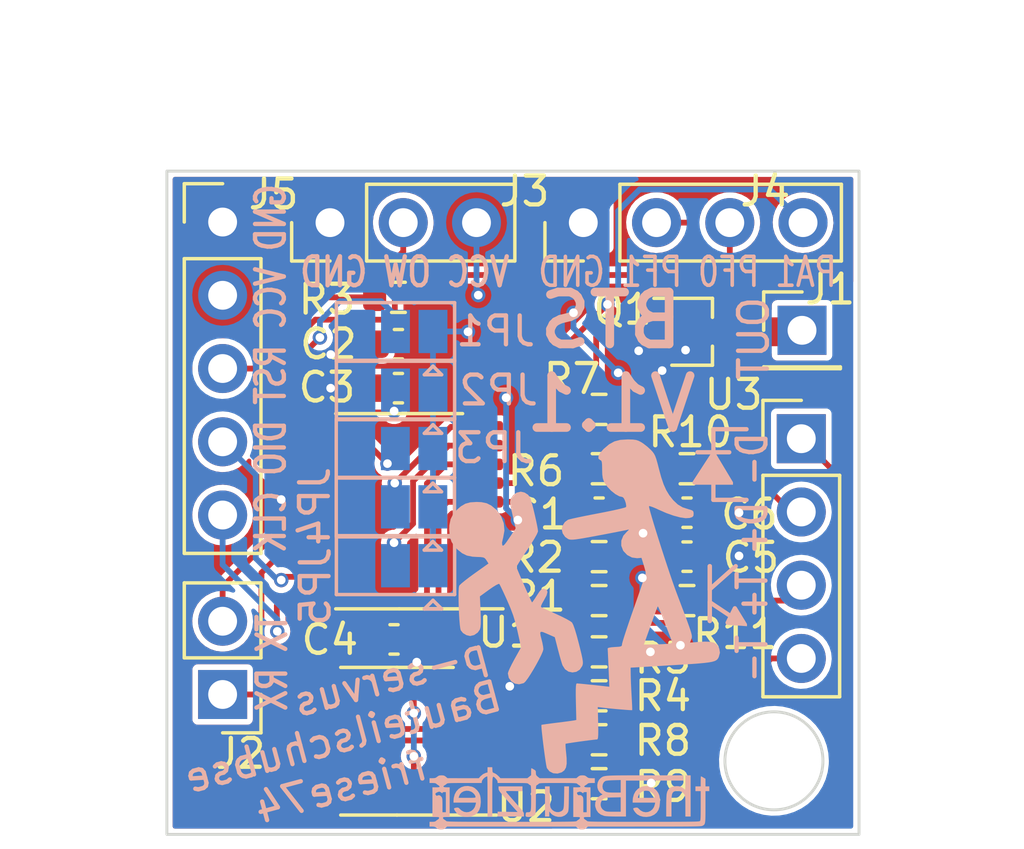
<source format=kicad_pcb>
(kicad_pcb (version 20211014) (generator pcbnew)
  (layers (0 "F.Cu" signal) (31 "B.Cu" signal) (34 "B.Paste" user) (35 "F.Paste" user) (36 "B.SilkS" user "B.Silkscreen") (37 "F.SilkS" user "F.Silkscreen") (38 "B.Mask" user) (39 "F.Mask" user) (44 "Edge.Cuts" user))
  (net 0 "")
  (net 1 "/RST")
  (net 2 "GND")
  (net 3 "VCC")
  (net 4 "Net-(JP1-Pad2)")
  (net 5 "Net-(JP2-Pad2)")
  (net 6 "Net-(JP3-Pad2)")
  (net 7 "Net-(JP4-Pad2)")
  (net 8 "Net-(JP5-Pad2)")
  (net 9 "/PA1")
  (net 10 "Net-(J1-Pad1)")
  (net 11 "/PF0")
  (net 12 "/PF1")
  (net 13 "/OW")
  (net 14 "Net-(R4-Pad2)")
  (net 15 "/ADC_IN0")
  (net 16 "Net-(R8-Pad2)")
  (net 17 "Net-(R10-Pad2)")
  (net 18 "Net-(R11-Pad2)")
  (net 19 "/TIM15_CH1")
  (net 20 "/UART1_TX")
  (net 21 "/UART1_RX")
  (net 22 "/SWDIO")
  (net 23 "/SWCLK")
  (net 24 "Net-(U2-Pad2)")
  (net 25 "Net-(U2-Pad7)")
  (footprint "Connector_PinHeader_2.54mm:PinHeader_1x04_P2.54mm_Vertical" (layer "F.Cu") (at 130.439 83.2866 90)
    (fp_text reference "J4" (at 1.0866 6.311 180) (layer "F.SilkS"))
    (fp_text value "Conn_01x04_Female")
    (pad "1" thru_hole rect (at 0 0 90) (size 1.7 1.7) (drill 1) (layers *.Cu *.Mask) (net 2 "GND"))
    (pad "2" thru_hole oval (at 0 2.54 90) (size 1.7 1.7) (drill 1) (layers *.Cu *.Mask) (net 12 "/PF1"))
    (pad "3" thru_hole oval (at 0 5.08 90) (size 1.7 1.7) (drill 1) (layers *.Cu *.Mask) (net 11 "/PF0"))
    (pad "4" thru_hole oval (at 0 7.62 90) (size 1.7 1.7) (drill 1) (layers *.Cu *.Mask) (net 9 "/PA1"))
  )
  (footprint "Resistor_SMD:R_0603_1608Metric" (layer "F.Cu") (at 130.9878 98.171)
    (fp_text reference "R5" (at 2.2122 0.229) (layer "F.SilkS"))
    (fp_text value "2K")
    (pad "1" smd roundrect (at -0.825 0) (size 0.8 0.95) (layers "F.Cu" "F.Paste" "F.Mask") (net 14 "Net-(R4-Pad2)"))
    (pad "2" smd roundrect (at 0.825 0) (size 0.8 0.95) (layers "F.Cu" "F.Paste" "F.Mask") (net 2 "GND"))
  )
  (footprint "Connector_PinHeader_2.54mm:PinHeader_1x02_P2.54mm_Vertical" (layer "F.Cu") (at 117.9322 99.6492 180)
    (fp_text reference "J2" (at -0.6178 -2.0508) (layer "F.SilkS"))
    (fp_text value "Conn_01x02_Female")
    (pad "1" thru_hole rect (at 0 0 180) (size 1.7 1.7) (drill 1) (layers *.Cu *.Mask) (net 21 "/UART1_RX"))
    (pad "2" thru_hole oval (at 0 2.54 180) (size 1.7 1.7) (drill 1) (layers *.Cu *.Mask) (net 20 "/UART1_TX"))
  )
  (footprint "Resistor_SMD:R_0603_1608Metric" (layer "F.Cu") (at 124.0282 85.8774 180)
    (fp_text reference "R3" (at 2.4782 -0.0726) (layer "F.SilkS"))
    (fp_text value "2K")
    (pad "1" smd roundrect (at -0.825 0 180) (size 0.8 0.95) (layers "F.Cu" "F.Paste" "F.Mask") (net 3 "VCC"))
    (pad "2" smd roundrect (at 0.825 0 180) (size 0.8 0.95) (layers "F.Cu" "F.Paste" "F.Mask") (net 13 "/OW"))
  )
  (footprint "Resistor_SMD:R_0603_1608Metric" (layer "F.Cu") (at 130.9878 96.393 180)
    (fp_text reference "R1" (at 2.1378 0.143) (layer "F.SilkS"))
    (fp_text value "4K7")
    (pad "1" smd roundrect (at -0.825 0 180) (size 0.8 0.95) (layers "F.Cu" "F.Paste" "F.Mask") (net 3 "VCC"))
    (pad "2" smd roundrect (at 0.825 0 180) (size 0.8 0.95) (layers "F.Cu" "F.Paste" "F.Mask") (net 11 "/PF0"))
  )
  (footprint "Resistor_SMD:R_0603_1608Metric" (layer "F.Cu") (at 130.9878 99.695 180)
    (fp_text reference "R4" (at -2.2122 -0.005) (layer "F.SilkS"))
    (fp_text value "2K")
    (pad "1" smd roundrect (at -0.825 0 180) (size 0.8 0.95) (layers "F.Cu" "F.Paste" "F.Mask") (net 3 "VCC"))
    (pad "2" smd roundrect (at 0.825 0 180) (size 0.8 0.95) (layers "F.Cu" "F.Paste" "F.Mask") (net 14 "Net-(R4-Pad2)"))
  )
  (footprint "Package_TO_SOT_SMD:SOT-323_SC-70" (layer "F.Cu") (at 134.1882 87.0712)
    (fp_text reference "Q1" (at -2.3882 -0.7712) (layer "F.SilkS"))
    (fp_text value "CJ2102")
    (pad "1" smd rect (at -1 -0.65 270) (size 0.45 0.7) (layers "F.Cu" "F.Paste" "F.Mask") (net 9 "/PA1"))
    (pad "2" smd rect (at -1 0.65 270) (size 0.45 0.7) (layers "F.Cu" "F.Paste" "F.Mask") (net 2 "GND"))
    (pad "3" smd rect (at 1 0 270) (size 0.45 0.7) (layers "F.Cu" "F.Paste" "F.Mask") (net 10 "Net-(J1-Pad1)"))
  )
  (footprint "Capacitor_SMD:C_0603_1608Metric" (layer "F.Cu") (at 124.0282 89.027)
    (fp_text reference "C3" (at -2.4782 -0.027) (layer "F.SilkS"))
    (fp_text value "100nF")
    (pad "1" smd roundrect (at -0.775 0) (size 0.9 0.95) (layers "F.Cu" "F.Paste" "F.Mask") (net 2 "GND"))
    (pad "2" smd roundrect (at 0.775 0) (size 0.9 0.95) (layers "F.Cu" "F.Paste" "F.Mask") (net 3 "VCC"))
  )
  (footprint "Resistor_SMD:R_0603_1608Metric" (layer "F.Cu") (at 130.9878 89.7636 180)
    (fp_text reference "R7" (at 0.9378 1.0636) (layer "F.SilkS"))
    (fp_text value "4K7")
    (pad "1" smd roundrect (at -0.825 0 180) (size 0.8 0.95) (layers "F.Cu" "F.Paste" "F.Mask") (net 3 "VCC"))
    (pad "2" smd roundrect (at 0.825 0 180) (size 0.8 0.95) (layers "F.Cu" "F.Paste" "F.Mask") (net 15 "/ADC_IN0"))
  )
  (footprint "Connector_PinHeader_2.54mm:PinHeader_1x01_P2.54mm_Vertical" (layer "F.Cu") (at 138.0236 87.0204)
    (fp_text reference "J1" (at 0.9764 -1.4204) (layer "F.SilkS"))
    (fp_text value "Conn_01x01_Female")
    (pad "1" thru_hole rect (at 0 0) (size 1.7 1.7) (drill 1) (layers *.Cu *.Mask) (net 10 "Net-(J1-Pad1)"))
  )
  (footprint "Capacitor_SMD:C_0603_1608Metric" (layer "F.Cu") (at 134.0358 94.869)
    (fp_text reference "C5" (at 2.2142 0.031) (layer "F.SilkS"))
    (fp_text value "100nF")
    (pad "1" smd roundrect (at -0.775 0) (size 0.9 0.95) (layers "F.Cu" "F.Paste" "F.Mask") (net 3 "VCC"))
    (pad "2" smd roundrect (at 0.775 0) (size 0.9 0.95) (layers "F.Cu" "F.Paste" "F.Mask") (net 2 "GND"))
  )
  (footprint "Package_SO:SOIC-8_3.9x4.9mm_P1.27mm" (layer "F.Cu") (at 123.9774 101.2698 180)
    (fp_text reference "U2" (at -4.4726 -2.2802 180) (layer "F.SilkS"))
    (fp_text value "LM393")
    (pad "1" smd roundrect (at -2.475 -1.905 180) (size 1.95 0.6) (layers "F.Cu" "F.Paste" "F.Mask") (net 15 "/ADC_IN0"))
    (pad "2" smd roundrect (at -2.475 -0.635 180) (size 1.95 0.6) (layers "F.Cu" "F.Paste" "F.Mask") (net 24 "Net-(U2-Pad2)"))
    (pad "3" smd roundrect (at -2.475 0.635 180) (size 1.95 0.6) (layers "F.Cu" "F.Paste" "F.Mask") (net 16 "Net-(R8-Pad2)"))
    (pad "4" smd roundrect (at -2.475 1.905 180) (size 1.95 0.6) (layers "F.Cu" "F.Paste" "F.Mask") (net 2 "GND"))
    (pad "5" smd roundrect (at 2.475 1.905 180) (size 1.95 0.6) (layers "F.Cu" "F.Paste" "F.Mask") (net 16 "Net-(R8-Pad2)"))
    (pad "6" smd roundrect (at 2.475 0.635 180) (size 1.95 0.6) (layers "F.Cu" "F.Paste" "F.Mask") (net 19 "/TIM15_CH1"))
    (pad "7" smd roundrect (at 2.475 -0.635 180) (size 1.95 0.6) (layers "F.Cu" "F.Paste" "F.Mask") (net 25 "Net-(U2-Pad7)"))
    (pad "8" smd roundrect (at 2.475 -1.905 180) (size 1.95 0.6) (layers "F.Cu" "F.Paste" "F.Mask") (net 3 "VCC"))
  )
  (footprint "Capacitor_SMD:C_0603_1608Metric" (layer "F.Cu") (at 124.0282 87.503)
    (fp_text reference "C2" (at -2.4282 -0.003) (layer "F.SilkS"))
    (fp_text value "4,7µF")
    (pad "1" smd roundrect (at -0.775 0) (size 0.9 0.95) (layers "F.Cu" "F.Paste" "F.Mask") (net 2 "GND"))
    (pad "2" smd roundrect (at 0.775 0) (size 0.9 0.95) (layers "F.Cu" "F.Paste" "F.Mask") (net 3 "VCC"))
  )
  (footprint "Connector_PinHeader_2.54mm:PinHeader_1x04_P2.54mm_Vertical" (layer "F.Cu") (at 137.9982 90.7796)
    (fp_text reference "U3" (at -2.3482 -1.5296) (layer "F.SilkS"))
    (fp_text value "ITR1100")
    (pad "1" thru_hole rect (at 0 0) (size 1.7 1.7) (drill 1) (layers *.Cu *.Mask) (net 25 "Net-(U2-Pad7)"))
    (pad "2" thru_hole oval (at 0 2.54) (size 1.7 1.7) (drill 1) (layers *.Cu *.Mask) (net 17 "Net-(R10-Pad2)"))
    (pad "3" thru_hole oval (at 0 5.08) (size 1.7 1.7) (drill 1) (layers *.Cu *.Mask) (net 18 "Net-(R11-Pad2)"))
    (pad "4" thru_hole oval (at 0 7.62) (size 1.7 1.7) (drill 1) (layers *.Cu *.Mask) (net 24 "Net-(U2-Pad2)"))
  )
  (footprint "Package_SO:TSSOP-20_4.4x6.5mm_P0.65mm" (layer "F.Cu") (at 124.0536 93.2942 180)
    (fp_text reference "U1" (at -3.7464 -4.2058) (layer "F.SilkS"))
    (fp_text value "STM32F030F4Px")
    (pad "1" smd roundrect (at -2.8625 -2.925 180) (size 1.475 0.4) (layers "F.Cu" "F.Paste" "F.Mask") (net 14 "Net-(R4-Pad2)"))
    (pad "2" smd roundrect (at -2.8625 -2.275 180) (size 1.475 0.4) (layers "F.Cu" "F.Paste" "F.Mask") (net 11 "/PF0"))
    (pad "3" smd roundrect (at -2.8625 -1.625 180) (size 1.475 0.4) (layers "F.Cu" "F.Paste" "F.Mask") (net 12 "/PF1"))
    (pad "4" smd roundrect (at -2.8625 -0.975 180) (size 1.475 0.4) (layers "F.Cu" "F.Paste" "F.Mask") (net 1 "/RST"))
    (pad "5" smd roundrect (at -2.8625 -0.325 180) (size 1.475 0.4) (layers "F.Cu" "F.Paste" "F.Mask") (net 3 "VCC"))
    (pad "6" smd roundrect (at -2.8625 0.325 180) (size 1.475 0.4) (layers "F.Cu" "F.Paste" "F.Mask") (net 15 "/ADC_IN0"))
    (pad "7" smd roundrect (at -2.8625 0.975 180) (size 1.475 0.4) (layers "F.Cu" "F.Paste" "F.Mask") (net 9 "/PA1"))
    (pad "8" smd roundrect (at -2.8625 1.625 180) (size 1.475 0.4) (layers "F.Cu" "F.Paste" "F.Mask") (net 19 "/TIM15_CH1"))
    (pad "9" smd roundrect (at -2.8625 2.275 180) (size 1.475 0.4) (layers "F.Cu" "F.Paste" "F.Mask") (net 8 "Net-(JP5-Pad2)"))
    (pad "10" smd roundrect (at -2.8625 2.925 180) (size 1.475 0.4) (layers "F.Cu" "F.Paste" "F.Mask") (net 7 "Net-(JP4-Pad2)"))
    (pad "11" smd roundrect (at 2.8625 2.925 180) (size 1.475 0.4) (layers "F.Cu" "F.Paste" "F.Mask") (net 6 "Net-(JP3-Pad2)"))
    (pad "12" smd roundrect (at 2.8625 2.275 180) (size 1.475 0.4) (layers "F.Cu" "F.Paste" "F.Mask") (net 5 "Net-(JP2-Pad2)"))
    (pad "13" smd roundrect (at 2.8625 1.625 180) (size 1.475 0.4) (layers "F.Cu" "F.Paste" "F.Mask") (net 4 "Net-(JP1-Pad2)"))
    (pad "14" smd roundrect (at 2.8625 0.975 180) (size 1.475 0.4) (layers "F.Cu" "F.Paste" "F.Mask") (net 13 "/OW"))
    (pad "15" smd roundrect (at 2.8625 0.325 180) (size 1.475 0.4) (layers "F.Cu" "F.Paste" "F.Mask") (net 2 "GND"))
    (pad "16" smd roundrect (at 2.8625 -0.325 180) (size 1.475 0.4) (layers "F.Cu" "F.Paste" "F.Mask") (net 3 "VCC"))
    (pad "17" smd roundrect (at 2.8625 -0.975 180) (size 1.475 0.4) (layers "F.Cu" "F.Paste" "F.Mask") (net 20 "/UART1_TX"))
    (pad "18" smd roundrect (at 2.8625 -1.625 180) (size 1.475 0.4) (layers "F.Cu" "F.Paste" "F.Mask") (net 21 "/UART1_RX"))
    (pad "19" smd roundrect (at 2.8625 -2.275 180) (size 1.475 0.4) (layers "F.Cu" "F.Paste" "F.Mask") (net 22 "/SWDIO"))
    (pad "20" smd roundrect (at 2.8625 -2.925 180) (size 1.475 0.4) (layers "F.Cu" "F.Paste" "F.Mask") (net 23 "/SWCLK"))
  )
  (footprint "Resistor_SMD:R_0603_1608Metric" (layer "F.Cu") (at 130.9878 101.219 180)
    (fp_text reference "R8" (at -2.2122 -0.031) (layer "F.SilkS"))
    (fp_text value "4K7")
    (pad "1" smd roundrect (at -0.825 0 180) (size 0.8 0.95) (layers "F.Cu" "F.Paste" "F.Mask") (net 3 "VCC"))
    (pad "2" smd roundrect (at 0.825 0 180) (size 0.8 0.95) (layers "F.Cu" "F.Paste" "F.Mask") (net 16 "Net-(R8-Pad2)"))
  )
  (footprint "Capacitor_SMD:C_0603_1608Metric" (layer "F.Cu") (at 123.8758 97.7392)
    (fp_text reference "C4" (at -2.2258 0.0108) (layer "F.SilkS"))
    (fp_text value "100nF")
    (pad "1" smd roundrect (at -0.775 0) (size 0.9 0.95) (layers "F.Cu" "F.Paste" "F.Mask") (net 3 "VCC"))
    (pad "2" smd roundrect (at 0.775 0) (size 0.9 0.95) (layers "F.Cu" "F.Paste" "F.Mask") (net 2 "GND"))
  )
  (footprint "Resistor_SMD:R_0603_1608Metric" (layer "F.Cu") (at 134.0358 96.393)
    (fp_text reference "R11" (at 1.6642 1.157) (layer "F.SilkS"))
    (fp_text value "100R")
    (pad "1" smd roundrect (at -0.825 0) (size 0.8 0.95) (layers "F.Cu" "F.Paste" "F.Mask") (net 3 "VCC"))
    (pad "2" smd roundrect (at 0.825 0) (size 0.8 0.95) (layers "F.Cu" "F.Paste" "F.Mask") (net 18 "Net-(R11-Pad2)"))
  )
  (footprint "Connector_PinHeader_2.54mm:PinHeader_1x03_P2.54mm_Vertical" (layer "F.Cu") (at 121.6556 83.2866 90)
    (fp_text reference "J3" (at 1.0866 6.7444 180) (layer "F.SilkS"))
    (fp_text value "Conn_01x03_Female")
    (pad "1" thru_hole rect (at 0 0 90) (size 1.7 1.7) (drill 1) (layers *.Cu *.Mask) (net 2 "GND"))
    (pad "2" thru_hole oval (at 0 2.54 90) (size 1.7 1.7) (drill 1) (layers *.Cu *.Mask) (net 13 "/OW"))
    (pad "3" thru_hole oval (at 0 5.08 90) (size 1.7 1.7) (drill 1) (layers *.Cu *.Mask) (net 3 "VCC"))
  )
  (footprint "Resistor_SMD:R_0603_1608Metric" (layer "F.Cu") (at 130.9878 94.869 180)
    (fp_text reference "R2" (at 2.1878 -0.031) (layer "F.SilkS"))
    (fp_text value "4K7")
    (pad "1" smd roundrect (at -0.825 0 180) (size 0.8 0.95) (layers "F.Cu" "F.Paste" "F.Mask") (net 3 "VCC"))
    (pad "2" smd roundrect (at 0.825 0 180) (size 0.8 0.95) (layers "F.Cu" "F.Paste" "F.Mask") (net 12 "/PF1"))
  )
  (footprint "Resistor_SMD:R_0603_1608Metric" (layer "F.Cu") (at 130.9878 102.743)
    (fp_text reference "R9" (at 2.2122 0.107) (layer "F.SilkS"))
    (fp_text value "4K7")
    (pad "1" smd roundrect (at -0.825 0) (size 0.8 0.95) (layers "F.Cu" "F.Paste" "F.Mask") (net 16 "Net-(R8-Pad2)"))
    (pad "2" smd roundrect (at 0.825 0) (size 0.8 0.95) (layers "F.Cu" "F.Paste" "F.Mask") (net 2 "GND"))
  )
  (footprint "Capacitor_SMD:C_0603_1608Metric" (layer "F.Cu") (at 134.0358 93.345)
    (fp_text reference "C6" (at 2.1642 0.055) (layer "F.SilkS"))
    (fp_text value "100nF")
    (pad "1" smd roundrect (at -0.775 0) (size 0.9 0.95) (layers "F.Cu" "F.Paste" "F.Mask") (net 3 "VCC"))
    (pad "2" smd roundrect (at 0.775 0) (size 0.9 0.95) (layers "F.Cu" "F.Paste" "F.Mask") (net 2 "GND"))
  )
  (footprint "Capacitor_SMD:C_0603_1608Metric" (layer "F.Cu") (at 130.9878 93.345)
    (fp_text reference "C1" (at -2.0878 0.055) (layer "F.SilkS"))
    (fp_text value "100nF")
    (pad "1" smd roundrect (at -0.775 0) (size 0.9 0.95) (layers "F.Cu" "F.Paste" "F.Mask") (net 1 "/RST"))
    (pad "2" smd roundrect (at 0.775 0) (size 0.9 0.95) (layers "F.Cu" "F.Paste" "F.Mask") (net 2 "GND"))
  )
  (footprint "Resistor_SMD:R_0603_1608Metric" (layer "F.Cu") (at 130.9878 91.821 180)
    (fp_text reference "R6" (at 2.1878 -0.079) (layer "F.SilkS"))
    (fp_text value "4K7")
    (pad "1" smd roundrect (at -0.825 0 180) (size 0.8 0.95) (layers "F.Cu" "F.Paste" "F.Mask") (net 3 "VCC"))
    (pad "2" smd roundrect (at 0.825 0 180) (size 0.8 0.95) (layers "F.Cu" "F.Paste" "F.Mask") (net 1 "/RST"))
  )
  (footprint "Resistor_SMD:R_0603_1608Metric" (layer "F.Cu") (at 134.0358 91.821)
    (fp_text reference "R10" (at 0.1142 -1.271) (layer "F.SilkS"))
    (fp_text value "100R")
    (pad "1" smd roundrect (at -0.825 0) (size 0.8 0.95) (layers "F.Cu" "F.Paste" "F.Mask") (net 3 "VCC"))
    (pad "2" smd roundrect (at 0.825 0) (size 0.8 0.95) (layers "F.Cu" "F.Paste" "F.Mask") (net 17 "Net-(R10-Pad2)"))
  )
  (footprint "Connector_PinHeader_2.54mm:PinHeader_1x05_P2.54mm_Vertical" (layer "F.Cu") (at 117.9322 83.2662)
    (fp_text reference "J5" (at 1.7678 -0.9662) (layer "F.SilkS"))
    (fp_text value "Conn_01x05_Female")
    (pad "1" thru_hole rect (at 0 0) (size 1.7 1.7) (drill 1) (layers *.Cu *.Mask) (net 2 "GND"))
    (pad "2" thru_hole oval (at 0 2.54) (size 1.7 1.7) (drill 1) (layers *.Cu *.Mask) (net 3 "VCC"))
    (pad "3" thru_hole oval (at 0 5.08) (size 1.7 1.7) (drill 1) (layers *.Cu *.Mask) (net 1 "/RST"))
    (pad "4" thru_hole oval (at 0 7.62) (size 1.7 1.7) (drill 1) (layers *.Cu *.Mask) (net 22 "/SWDIO"))
    (pad "5" thru_hole oval (at 0 10.16) (size 1.7 1.7) (drill 1) (layers *.Cu *.Mask) (net 23 "/SWCLK"))
  )
  (footprint "Jumper:SolderJumper-3_P1.3mm_Open_Pad1.0x1.5mm" (layer "B.Cu") (at 123.9266 87.0613 180)
    (fp_text reference "JP1" (at -3.4734 0.0113) (layer "B.SilkS") (effects (justify mirror)))
    (fp_text value "SolderJumper_3_Open")
    (pad "1" smd rect (at -1.3 0 180) (size 1 1.5) (layers "B.Cu" "B.Mask") (net 3 "VCC"))
    (pad "2" smd rect (at 0 0 180) (size 1 1.5) (layers "B.Cu" "B.Mask") (net 4 "Net-(JP1-Pad2)"))
    (pad "3" smd rect (at 1.3 0 180) (size 1 1.5) (layers "B.Cu" "B.Mask") (net 2 "GND"))
  )
  (footprint "theBrutzler:thebrutzler_10mm_mod" (layer "B.Cu") (at 129.925 103.25 180)
    (fp_text reference "G***" hide)
    (fp_text value "LOGO" hide)
  )
  (footprint "Jumper:SolderJumper-3_P1.3mm_Open_Pad1.0x1.5mm" (layer "B.Cu") (at 123.922 93.1418 180)
    (fp_text reference "JP4" (at 2.797 0.0168 90) (layer "B.SilkS") (effects (justify mirror)))
    (fp_text value "SolderJumper_3_Open")
    (pad "1" smd rect (at -1.3 0 180) (size 1 1.5) (layers "B.Cu" "B.Mask") (net 3 "VCC"))
    (pad "2" smd rect (at 0 0 180) (size 1 1.5) (layers "B.Cu" "B.Mask") (net 7 "Net-(JP4-Pad2)"))
    (pad "3" smd rect (at 1.3 0 180) (size 1 1.5) (layers "B.Cu" "B.Mask") (net 2 "GND"))
  )
  (footprint "Jumper:SolderJumper-3_P1.3mm_Open_Pad1.0x1.5mm" (layer "B.Cu") (at 123.922 91.1197 180)
    (fp_text reference "JP3" (at -3.428 0.0197) (layer "B.SilkS") (effects (justify mirror)))
    (fp_text value "SolderJumper_3_Open")
    (pad "1" smd rect (at -1.3 0 180) (size 1 1.5) (layers "B.Cu" "B.Mask") (net 3 "VCC"))
    (pad "2" smd rect (at 0 0 180) (size 1 1.5) (layers "B.Cu" "B.Mask") (net 6 "Net-(JP3-Pad2)"))
    (pad "3" smd rect (at 1.3 0 180) (size 1 1.5) (layers "B.Cu" "B.Mask") (net 2 "GND"))
  )
  (footprint "Jumper:SolderJumper-3_P1.3mm_Open_Pad1.0x1.5mm" (layer "B.Cu") (at 123.9266 95.1837 180)
    (fp_text reference "JP5" (at 2.7766 -0.7163 90) (layer "B.SilkS") (effects (justify mirror)))
    (fp_text value "SolderJumper_3_Open")
    (pad "1" smd rect (at -1.3 0 180) (size 1 1.5) (layers "B.Cu" "B.Mask") (net 3 "VCC"))
    (pad "2" smd rect (at 0 0 180) (size 1 1.5) (layers "B.Cu" "B.Mask") (net 8 "Net-(JP5-Pad2)"))
    (pad "3" smd rect (at 1.3 0 180) (size 1 1.5) (layers "B.Cu" "B.Mask") (net 2 "GND"))
  )
  (footprint "theBrutzler:bauteilschubse_10mm" (layer "B.Cu") (at 130.4 96.65 180)
    (fp_text reference "G***" hide)
    (fp_text value "LOGO" hide)
  )
  (footprint "Jumper:SolderJumper-3_P1.3mm_Open_Pad1.0x1.5mm" (layer "B.Cu") (at 123.9266 89.0933 180)
    (fp_text reference "JP2" (at -3.5734 -0.0067) (layer "B.SilkS") (effects (justify mirror)))
    (fp_text value "SolderJumper_3_Open")
    (pad "1" smd rect (at -1.3 0 180) (size 1 1.5) (layers "B.Cu" "B.Mask") (net 3 "VCC"))
    (pad "2" smd rect (at 0 0 180) (size 1 1.5) (layers "B.Cu" "B.Mask") (net 5 "Net-(JP2-Pad2)"))
    (pad "3" smd rect (at 1.3 0 180) (size 1 1.5) (layers "B.Cu" "B.Mask") (net 2 "GND"))
  )
  (gr_line (start 134.95 92.9) (end 134.95 90.45) (layer "B.SilkS") (width 0.15))
  (gr_line (start 134.825 96.45) (end 135.725 97.05) (layer "B.SilkS") (width 0.15))
  (gr_line (start 136.1 92.9) (end 134.95 92.9) (layer "B.SilkS") (width 0.15))
  (gr_line (start 134.825 95.2) (end 134.825 97.1) (layer "B.SilkS") (width 0.15))
  (gr_line (start 134.825 97.1) (end 134.825 96.45) (layer "B.SilkS") (width 0.15))
  (gr_line (start 135.5 91.25) (end 134.4 91.25) (layer "B.SilkS") (width 0.15))
  (gr_line (start 134.825 96) (end 134.825 95.2) (layer "B.SilkS") (width 0.15))
  (gr_line (start 135.725 95.2) (end 134.825 96) (layer "B.SilkS") (width 0.15))
  (gr_poly (pts (xy 136.025 97.2) (xy 135.445 97.16) (xy 135.695 96.66)) (layer "B.SilkS") (width 0.15) (fill solid))
  (gr_line (start 134.95 90.45) (end 136.1 90.45) (layer "B.SilkS") (width 0.15))
  (gr_poly (pts (xy 134.95 91.3) (xy 135.55 92.3) (xy 134.3 92.3)) (layer "B.SilkS") (width 0.15) (fill solid))
  (gr_circle (center 137.05 101.95) (end 137.05 103.65) (layer "Edge.Cuts") (width 0.1) (fill none))
  (gr_rect (start 116 81.5) (end 140 104.5) (layer "Edge.Cuts") (width 0.1) (fill none))
  (gr_text "OUT" (at 136.35 87.3 90) (layer "B.SilkS") (effects (font (size 1 1)) (justify mirror)))
  (gr_text "D- D+ T+ T-" (at 136.3 94.9 90) (layer "B.SilkS") (effects (font (size 1 0.8)) (justify mirror)))
  (gr_text "Bauteilschubse" (at 122.1 101.125 15) (layer "B.SilkS") (effects (font (size 1 1)) (justify mirror)))
  (gr_text "GND VCC RST DIO CLK" (at 119.6 88.35 90) (layer "B.SilkS") (effects (font (size 1 0.75)) (justify mirror)))
  (gr_text "BTS\nV1.1" (at 131.4 88.125) (layer "B.SilkS") (effects (font (size 1.8 1.8) (thickness 0.3)) (justify mirror)))
  (gr_text "VCC OW GND" (at 124.25 85) (layer "B.SilkS") (effects (font (size 1 0.75)) (justify mirror)))
  (gr_text "PA1 PF0 PF1 GND" (at 134.05 85) (layer "B.SilkS") (effects (font (size 1 0.75) (thickness 0.125)) (justify mirror)))
  (gr_text "friese74" (at 122.025 102.85 15) (layer "B.SilkS") (effects (font (size 1 1)) (justify mirror)))
  (gr_text "TX RX" (at 119.65 98.55 90) (layer "B.SilkS") (effects (font (size 1 0.75)) (justify mirror)))
  (gr_text "p-servus" (at 123.75 99.05 15) (layer "B.SilkS") (effects (font (size 1 1)) (justify mirror)))
  (segment (start 117.9322 88.3462) (end 119.4512 88.3462) (width 0.2) (layer "F.Cu") (net 1))
  (segment (start 133.858 86.925422) (end 133.837711 86.945711) (width 0.2) (layer "F.Cu") (net 1))
  (segment (start 131.189489 86.945711) (end 130.8862 87.249) (width 0.2) (layer "F.Cu") (net 1))
  (segment (start 130.1628 91.821) (end 130.1628 93.295) (width 0.2) (layer "F.Cu") (net 1))
  (segment (start 128.3872 94.2692) (end 129.3114 93.345) (width 0.2) (layer "F.Cu") (net 1))
  (segment (start 121.14548 86.65192) (end 123.73628 86.65192) (width 0.2) (layer "F.Cu") (net 1))
  (segment (start 133.837711 86.945711) (end 131.189489 86.945711) (width 0.2) (layer "F.Cu") (net 1))
  (segment (start 133.858 85.217) (end 133.858 86.925422) (width 0.2) (layer "F.Cu") (net 1))
  (segment (start 130.8862 87.249) (end 130.8862 90.221627) (width 0.2) (layer "F.Cu") (net 1))
  (segment (start 133.74388 85.10288) (end 133.858 85.217) (width 0.2) (layer "F.Cu") (net 1))
  (segment (start 123.90272 85.62188) (end 124.42172 85.10288) (width 0.2) (layer "F.Cu") (net 1))
  (segment (start 123.90272 86.48548) (end 123.90272 85.62188) (width 0.2) (layer "F.Cu") (net 1))
  (segment (start 123.73628 86.65192) (end 123.90272 86.48548) (width 0.2) (layer "F.Cu") (net 1))
  (segment (start 124.42172 85.10288) (end 133.74388 85.10288) (width 0.2) (layer "F.Cu") (net 1))
  (segment (start 126.9161 94.2692) (end 128.3872 94.2692) (width 0.2) (layer "F.Cu") (net 1))
  (segment (start 130.8862 90.221627) (end 130.1628 90.945027) (width 0.2) (layer "F.Cu") (net 1))
  (segment (start 130.1628 93.295) (end 130.2128 93.345) (width 0.2) (layer "F.Cu") (net 1))
  (segment (start 129.3114 93.345) (end 130.2128 93.345) (width 0.2) (layer "F.Cu") (net 1))
  (segment (start 130.1628 90.945027) (end 130.1628 91.821) (width 0.2) (layer "F.Cu") (net 1))
  (segment (start 119.4512 88.3462) (end 121.14548 86.65192) (width 0.2) (layer "F.Cu") (net 1))
  (segment (start 133.1882 88.4014) (end 133.1722 88.4174) (width 0.25) (layer "F.Cu") (net 2))
  (segment (start 133.97 87.7212) (end 133.985 87.7062) (width 0.25) (layer "F.Cu") (net 2))
  (segment (start 132.474 94.0562) (end 131.7628 93.345) (width 0.2) (layer "F.Cu") (net 2))
  (segment (start 131.8128 102.743) (end 132.7658 102.743) (width 0.2) (layer "F.Cu") (net 2))
  (segment (start 122.036815 87.503) (end 121.679751 87.860064) (width 0.2) (layer "F.Cu") (net 2))
  (segment (start 132.3698 87.7212) (end 132.3594 87.7316) (width 0.25) (layer "F.Cu") (net 2))
  (segment (start 126.4524 99.3648) (end 127.889 99.3648) (width 0.2) (layer "F.Cu") (net 2))
  (segment (start 133.1882 87.7212) (end 133.97 87.7212) (width 0.25) (layer "F.Cu") (net 2))
  (segment (start 124.6508 97.7392) (end 124.6508 98.5142) (width 0.2) (layer "F.Cu") (net 2))
  (segment (start 131.8128 98.171) (end 132.7658 98.171) (width 0.2) (layer "F.Cu") (net 2))
  (segment (start 134.8108 94.869) (end 135.8138 94.869) (width 0.2) (layer "F.Cu") (net 2))
  (segment (start 123.2532 89.027) (end 121.677098 89.027) (width 0.2) (layer "F.Cu") (net 2))
  (segment (start 132.7658 102.743) (end 132.7912 102.7176) (width 0.2) (layer "F.Cu") (net 2))
  (segment (start 123.2532 87.503) (end 122.036815 87.503) (width 0.2) (layer "F.Cu") (net 2))
  (segment (start 132.5118 94.0562) (end 132.474 94.0562) (width 0.2) (layer "F.Cu") (net 2))
  (segment (start 135.8138 94.869) (end 135.8392 94.8436) (width 0.2) (layer "F.Cu") (net 2))
  (segment (start 124.6508 98.5142) (end 124.6632 98.5266) (width 0.2) (layer "F.Cu") (net 2))
  (segment (start 134.8108 93.345) (end 135.8392 93.345) (width 0.2) (layer "F.Cu") (net 2))
  (segment (start 121.1911 92.9692) (end 120.0456 92.9692) (width 0.2) (layer "F.Cu") (net 2))
  (segment (start 133.1882 87.7212) (end 133.1882 88.4014) (width 0.25) (layer "F.Cu") (net 2))
  (segment (start 133.1882 87.7212) (end 132.3698 87.7212) (width 0.25) (layer "F.Cu") (net 2))
  (segment (start 120.0456 92.9692) (end 119.9642 92.8878) (width 0.2) (layer "F.Cu") (net 2))
  (via (at 127.889 99.3648) (size 0.5) (drill 0.3) (layers "F.Cu" "B.Cu") (net 2))
  (via (at 132.7658 98.171) (size 0.5) (drill 0.3) (layers "F.Cu" "B.Cu") (net 2))
  (via (at 132.7912 102.7176) (size 0.5) (drill 0.3) (layers "F.Cu" "B.Cu") (net 2))
  (via (at 132.3594 87.7316) (size 0.5) (drill 0.3) (layers "F.Cu" "B.Cu") (net 2))
  (via (at 121.677098 89.027) (size 0.5) (drill 0.3) (layers "F.Cu" "B.Cu") (net 2))
  (via (at 124.6632 98.5266) (size 0.5) (drill 0.3) (layers "F.Cu" "B.Cu") (net 2))
  (via (at 121.679751 87.860064) (size 0.5) (drill 0.3) (layers "F.Cu" "B.Cu") (net 2))
  (via (at 135.8392 94.8436) (size 0.5) (drill 0.3) (layers "F.Cu" "B.Cu") (net 2))
  (via (at 119.9642 92.8878) (size 0.5) (drill 0.3) (layers "F.Cu" "B.Cu") (net 2))
  (via (at 133.985 87.7062) (size 0.5) (drill 0.3) (layers "F.Cu" "B.Cu") (net 2))
  (via (at 135.8392 93.345) (size 0.5) (drill 0.3) (layers "F.Cu" "B.Cu") (net 2))
  (via (at 132.5118 94.0562) (size 0.5) (drill 0.3) (layers "F.Cu" "B.Cu") (net 2))
  (via (at 133.1722 88.4174) (size 0.5) (drill 0.3) (layers "F.Cu" "B.Cu") (net 2))
  (via (at 131.6482 88.4936) (size 0.5) (drill 0.3) (layers "F.Cu" "B.Cu") (net 3))
  (via (at 126.4412 87.0712) (size 0.5) (drill 0.3) (layers "F.Cu" "B.Cu") (net 3))
  (via (at 133.8072 97.9424) (size 0.5) (drill 0.3) (layers "F.Cu" "B.Cu") (net 3))
  (via (at 126.7968 85.8012) (size 0.5) (drill 0.3) (layers "F.Cu" "B.Cu") (net 3))
  (via (at 127.762 89.3572) (size 0.5) (drill 0.3) (layers "F.Cu" "B.Cu") (net 3))
  (via (at 128.1684 93.599) (size 0.5) (drill 0.3) (layers "F.Cu" "B.Cu") (net 3))
  (via (at 132.4864 95.6056) (size 0.5) (drill 0.3) (layers "F.Cu" "B.Cu") (net 3))
  (via (at 130.0988 86.4108) (size 0.5) (drill 0.3) (layers "F.Cu" "B.Cu") (net 3))
  (segment (start 127.762 89.3572) (end 127.762 93.1926) (width 0.2) (layer "B.Cu") (net 3))
  (segment (start 126.4313 87.0613) (end 126.4412 87.0712) (width 0.2) (layer "B.Cu") (net 3))
  (segment (start 125.2266 95.1837) (end 125.2266 87.0613) (width 0.2) (layer "B.Cu") (net 3))
  (segment (start 127.762 93.1926) (end 128.1684 93.599) (width 0.2) (layer "B.Cu") (net 3))
  (segment (start 125.2266 87.0613) (end 126.4313 87.0613) (width 0.2) (layer "B.Cu") (net 3))
  (segment (start 126.7356 83.2866) (end 126.7356 85.74) (width 0.2) (layer "B.Cu") (net 3))
  (segment (start 130.0988 86.4108) (end 130.0988 86.9442) (width 0.2) (layer "B.Cu") (net 3))
  (segment (start 132.4864 96.6216) (end 133.8072 97.9424) (width 0.2) (layer "B.Cu") (net 3))
  (segment (start 126.7356 85.74) (end 126.7968 85.8012) (width 0.2) (layer "B.Cu") (net 3))
  (segment (start 132.4864 95.6056) (end 132.4864 96.6216) (width 0.2) (layer "B.Cu") (net 3))
  (segment (start 130.0988 86.9442) (end 131.6482 88.4936) (width 0.2) (layer "B.Cu") (net 3))
  (segment (start 121.305256 87.269256) (end 120.142 88.432512) (width 0.2) (layer "F.Cu") (net 4))
  (segment (start 120.142 89.0778) (end 119.6594 89.5604) (width 0.2) (layer "F.Cu") (net 4))
  (segment (start 119.6594 89.5604) (end 119.6594 91.1352) (width 0.2) (layer "F.Cu") (net 4))
  (segment (start 120.142 88.432512) (end 120.142 89.0778) (width 0.2) (layer "F.Cu") (net 4))
  (segment (start 120.1934 91.6692) (end 121.1911 91.6692) (width 0.2) (layer "F.Cu") (net 4))
  (segment (start 119.6594 91.1352) (end 120.1934 91.6692) (width 0.2) (layer "F.Cu") (net 4))
  (via (at 121.305256 87.269256) (size 0.5) (drill 0.3) (layers "F.Cu" "B.Cu") (net 4))
  (segment (start 123.426111 86.011789) (end 123.9266 86.512278) (width 0.2) (layer "B.Cu") (net 4))
  (segment (start 121.305256 87.269256) (end 121.305256 86.704033) (width 0.2) (layer "B.Cu") (net 4))
  (segment (start 121.9975 86.011789) (end 123.426111 86.011789) (width 0.2) (layer "B.Cu") (net 4))
  (segment (start 123.9266 86.512278) (end 123.9266 87.0613) (width 0.2) (layer "B.Cu") (net 4))
  (segment (start 121.305256 86.704033) (end 121.9975 86.011789) (width 0.2) (layer "B.Cu") (net 4))
  (segment (start 123.878542 89.819842) (end 123.828704 89.86968) (width 0.2) (layer "F.Cu") (net 5))
  (segment (start 120.15408 90.08172) (end 120.15408 90.634686) (width 0.2) (layer "F.Cu") (net 5))
  (segment (start 123.828704 89.86968) (end 120.36612 89.86968) (width 0.2) (layer "F.Cu") (net 5))
  (segment (start 120.15408 90.634686) (end 120.538594 91.0192) (width 0.2) (layer "F.Cu") (net 5))
  (segment (start 120.36612 89.86968) (end 120.15408 90.08172) (width 0.2) (layer "F.Cu") (net 5))
  (segment (start 120.538594 91.0192) (end 121.1911 91.0192) (width 0.2) (layer "F.Cu") (net 5))
  (via (at 123.878542 89.819842) (size 0.5) (drill 0.3) (layers "F.Cu" "B.Cu") (net 5))
  (segment (start 123.9266 89.771784) (end 123.9266 89.0933) (width 0.2) (layer "B.Cu") (net 5))
  (segment (start 123.878542 89.819842) (end 123.9266 89.771784) (width 0.2) (layer "B.Cu") (net 5))
  (segment (start 122.3732 90.3692) (end 121.1911 90.3692) (width 0.2) (layer "F.Cu") (net 6))
  (segment (start 123.6472 91.6432) (end 122.3732 90.3692) (width 0.2) (layer "F.Cu") (net 6))
  (via (at 123.6472 91.6432) (size 0.5) (drill 0.3) (layers "F.Cu" "B.Cu") (net 6))
  (segment (start 126.9161 90.3692) (end 125.851202 90.3692) (width 0.2) (layer "F.Cu") (net 7))
  (segment (start 125.851202 90.3692) (end 123.9012 92.319202) (width 0.2) (layer "F.Cu") (net 7))
  (via (at 123.9012 92.319202) (size 0.5) (drill 0.3) (layers "F.Cu" "B.Cu") (net 7))
  (segment (start 124.5362 92.249208) (end 125.766208 91.0192) (width 0.2) (layer "F.Cu") (net 8))
  (segment (start 123.8758 94.3864) (end 124.5362 93.726) (width 0.2) (layer "F.Cu") (net 8))
  (segment (start 124.5362 93.726) (end 124.5362 92.249208) (width 0.2) (layer "F.Cu") (net 8))
  (segment (start 125.766208 91.0192) (end 126.9161 91.0192) (width 0.2) (layer "F.Cu") (net 8))
  (via (at 123.8758 94.3864) (size 0.5) (drill 0.3) (layers "F.Cu" "B.Cu") (net 8))
  (segment (start 133.1882 86.4212) (end 131.5774 86.4212) (width 0.25) (layer "F.Cu") (net 9))
  (segment (start 128.60708 91.94112) (end 128.229 92.3192) (width 0.2) (layer "F.Cu") (net 9))
  (segment (start 128.60708 88.79152) (end 128.60708 91.94112) (width 0.2) (layer "F.Cu") (net 9))
  (segment (start 128.229 92.3192) (end 126.9161 92.3192) (width 0.2) (layer "F.Cu") (net 9))
  (segment (start 131.5774 86.4212) (end 131.2774 86.1212) (width 0.25) (layer "F.Cu") (net 9))
  (segment (start 131.2774 86.1212) (end 128.60708 88.79152) (width 0.2) (layer "F.Cu") (net 9))
  (via (at 131.2774 86.1212) (size 0.5) (drill 0.3) (layers "F.Cu" "B.Cu") (net 9))
  (segment (start 136.909489 82.137089) (end 132.391311 82.137089) (width 0.2) (layer "B.Cu") (net 9))
  (segment (start 132.391311 82.137089) (end 131.6482 82.8802) (width 0.2) (layer "B.Cu") (net 9))
  (segment (start 138.059 83.2866) (end 136.909489 82.137089) (width 0.2) (layer "B.Cu") (net 9))
  (segment (start 131.6482 85.7504) (end 131.2774 86.1212) (width 0.2) (layer "B.Cu") (net 9))
  (segment (start 131.6482 82.8802) (end 131.6482 85.7504) (width 0.2) (layer "B.Cu") (net 9))
  (segment (start 137.9728 87.0712) (end 138.0236 87.0204) (width 1) (layer "F.Cu") (net 10))
  (segment (start 135.1257 87.0712) (end 137.9728 87.0712) (width 1) (layer "F.Cu") (net 10))
  (segment (start 126.9161 95.5692) (end 128.6146 95.5692) (width 0.2) (layer "F.Cu") (net 11))
  (segment (start 129.4384 96.393) (end 130.1628 96.393) (width 0.2) (layer "F.Cu") (net 11))
  (segment (start 134.0612 91.439173) (end 134.0612 96.724027) (width 0.2) (layer "F.Cu") (net 11))
  (segment (start 135.71908 84.79208) (end 138.659308 84.79208) (width 0.2) (layer "F.Cu") (net 11))
  (segment (start 135.519 83.2866) (end 135.519 84.592) (width 0.2) (layer "F.Cu") (net 11))
  (segment (start 130.93732 97.16752) (end 130.1628 96.393) (width 0.2) (layer "F.Cu") (net 11))
  (segment (start 139.122311 89.630089) (end 135.870284 89.630089) (width 0.2) (layer "F.Cu") (net 11))
  (segment (start 128.6146 95.5692) (end 129.4384 96.393) (width 0.2) (layer "F.Cu") (net 11))
  (segment (start 139.59152 89.16088) (end 139.122311 89.630089) (width 0.2) (layer "F.Cu") (net 11))
  (segment (start 134.0612 96.724027) (end 133.617707 97.16752) (width 0.2) (layer "F.Cu") (net 11))
  (segment (start 133.617707 97.16752) (end 130.93732 97.16752) (width 0.2) (layer "F.Cu") (net 11))
  (segment (start 135.519 84.592) (end 135.71908 84.79208) (width 0.2) (layer "F.Cu") (net 11))
  (segment (start 138.659308 84.79208) (end 139.59152 85.724292) (width 0.2) (layer "F.Cu") (net 11))
  (segment (start 139.59152 85.724292) (end 139.59152 89.16088) (width 0.2) (layer "F.Cu") (net 11))
  (segment (start 135.870284 89.630089) (end 134.0612 91.439173) (width 0.2) (layer "F.Cu") (net 11))
  (segment (start 130.1126 94.9192) (end 130.1628 94.869) (width 0.2) (layer "F.Cu") (net 12))
  (segment (start 134.3152 89.0016) (end 139.1158 89.0016) (width 0.2) (layer "F.Cu") (net 12))
  (segment (start 134.369489 84.007495) (end 134.369489 83.594889) (width 0.2) (layer "F.Cu") (net 12))
  (segment (start 126.9161 94.9192) (end 130.1126 94.9192) (width 0.2) (layer "F.Cu") (net 12))
  (segment (start 132.5118 90.805) (end 134.3152 89.0016) (width 0.2) (layer "F.Cu") (net 12))
  (segment (start 130.1628 94.869) (end 130.2258 94.869) (width 0.2) (layer "F.Cu") (net 12))
  (segment (start 139.192 88.9254) (end 139.192 85.889778) (width 0.2) (layer "F.Cu") (net 12))
  (segment (start 130.96232 91.31308) (end 131.4704 90.805) (width 0.2) (layer "F.Cu") (net 12))
  (segment (start 138.493822 85.1916) (end 135.553593 85.191599) (width 0.2) (layer "F.Cu") (net 12))
  (segment (start 139.192 85.889778) (end 138.493822 85.1916) (width 0.2) (layer "F.Cu") (net 12))
  (segment (start 134.0612 83.2866) (end 132.979 83.2866) (width 0.2) (layer "F.Cu") (net 12))
  (segment (start 130.2258 94.869) (end 130.96232 94.13248) (width 0.2) (layer "F.Cu") (net 12))
  (segment (start 131.4704 90.805) (end 132.5118 90.805) (width 0.2) (layer "F.Cu") (net 12))
  (segment (start 139.1158 89.0016) (end 139.192 88.9254) (width 0.2) (layer "F.Cu") (net 12))
  (segment (start 130.96232 94.13248) (end 130.96232 91.31308) (width 0.2) (layer "F.Cu") (net 12))
  (segment (start 135.553593 85.191599) (end 134.369489 84.007495) (width 0.2) (layer "F.Cu") (net 12))
  (segment (start 134.369489 83.594889) (end 134.0612 83.2866) (width 0.2) (layer "F.Cu") (net 12))
  (segment (start 121.1911 92.3192) (end 119.929 92.3192) (width 0.2) (layer "F.Cu") (net 13))
  (segment (start 119.2276 91.6178) (end 119.2276 90.0684) (width 0.2) (layer "F.Cu") (net 13))
  (segment (start 116.782689 89.325289) (end 116.782689 87.433311) (width 0.2) (layer "F.Cu") (net 13))
  (segment (start 118.7196 89.5604) (end 117.0178 89.5604) (width 0.2) (layer "F.Cu") (net 13))
  (segment (start 123.2032 85.28) (end 123.2032 85.8774) (width 0.2) (layer "F.Cu") (net 13))
  (segment (start 120.904 85.8774) (end 123.2032 85.8774) (width 0.2) (layer "F.Cu") (net 13))
  (segment (start 119.2276 90.0684) (end 118.7196 89.5604) (width 0.2) (layer "F.Cu") (net 13))
  (segment (start 119.929 92.3192) (end 119.2276 91.6178) (width 0.2) (layer "F.Cu") (net 13))
  (segment (start 117.019311 87.196689) (end 119.584711 87.196689) (width 0.2) (layer "F.Cu") (net 13))
  (segment (start 117.0178 89.5604) (end 116.782689 89.325289) (width 0.2) (layer "F.Cu") (net 13))
  (segment (start 119.584711 87.196689) (end 120.904 85.8774) (width 0.2) (layer "F.Cu") (net 13))
  (segment (start 124.1956 84.2876) (end 123.2032 85.28) (width 0.2) (layer "F.Cu") (net 13))
  (segment (start 124.1956 83.2866) (end 124.1956 84.2876) (width 0.2) (layer "F.Cu") (net 13))
  (segment (start 116.782689 87.433311) (end 117.019311 87.196689) (width 0.2) (layer "F.Cu") (net 13))
  (segment (start 128.211 96.2192) (end 126.9161 96.2192) (width 0.2) (layer "F.Cu") (net 14))
  (segment (start 130.1628 98.171) (end 128.211 96.2192) (width 0.2) (layer "F.Cu") (net 14))
  (segment (start 130.1628 99.695) (end 130.1628 98.171) (width 0.2) (layer "F.Cu") (net 14))
  (segment (start 124.5616 102.5144) (end 125.222 103.1748) (width 0.2) (layer "F.Cu") (net 15))
  (segment (start 125.7248 92.9692) (end 126.9161 92.9692) (width 0.2) (layer "F.Cu") (net 15))
  (segment (start 125.41832 98.73668) (end 125.41832 93.27568) (width 0.2) (layer "F.Cu") (net 15))
  (segment (start 124.5616 101.7939) (end 124.5616 102.5144) (width 0.2) (layer "F.Cu") (net 15))
  (segment (start 128.4934 92.9692) (end 126.9161 92.9692) (width 0.2) (layer "F.Cu") (net 15))
  (segment (start 125.41832 93.27568) (end 125.7248 92.9692) (width 0.2) (layer "F.Cu") (net 15))
  (segment (start 125.222 103.1748) (end 126.4524 103.1748) (width 0.2) (layer "F.Cu") (net 15))
  (segment (start 129.0066 90.2335) (end 129.0066 92.456) (width 0.2) (layer "F.Cu") (net 15))
  (segment (start 129.4765 89.7636) (end 129.0066 90.2335) (width 0.2) (layer "F.Cu") (net 15))
  (segment (start 130.1628 89.7636) (end 129.4765 89.7636) (width 0.2) (layer "F.Cu") (net 15))
  (segment (start 129.0066 92.456) (end 128.4934 92.9692) (width 0.2) (layer "F.Cu") (net 15))
  (segment (start 124.5616 99.5934) (end 125.41832 98.73668) (width 0.2) (layer "F.Cu") (net 15))
  (segment (start 124.5616 100.29538) (end 124.5616 99.5934) (width 0.2) (layer "F.Cu") (net 15))
  (via (at 124.5616 101.7939) (size 0.5) (drill 0.3) (layers "F.Cu" "B.Cu") (net 15))
  (via (at 124.5616 100.29538) (size 0.5) (drill 0.3) (layers "F.Cu" "B.Cu") (net 15))
  (segment (start 124.5616 100.29538) (end 124.5616 101.7939) (width 0.2) (layer "B.Cu") (net 15))
  (segment (start 130.1628 102.743) (end 130.1628 101.219) (width 0.2) (layer "F.Cu") (net 16))
  (segment (start 120.396 99.3648) (end 120.22788 99.53292) (width 0.2) (layer "F.Cu") (net 16))
  (segment (start 120.22788 99.53292) (end 120.22788 100.970997) (width 0.2) (layer "F.Cu") (net 16))
  (segment (start 126.4524 100.6348) (end 127.8128 100.6348) (width 0.2) (layer "F.Cu") (net 16))
  (segment (start 123.15772 100.84488) (end 126.24232 100.84488) (width 0.2) (layer "F.Cu") (net 16))
  (segment (start 126.24232 100.84488) (end 126.4524 100.6348) (width 0.2) (layer "F.Cu") (net 16))
  (segment (start 130.1628 101.219) (end 128.397 101.219) (width 0.2) (layer "F.Cu") (net 16))
  (segment (start 120.501283 101.2444) (end 122.7582 101.2444) (width 0.2) (layer "F.Cu") (net 16))
  (segment (start 121.5024 99.3648) (end 120.396 99.3648) (width 0.2) (layer "F.Cu") (net 16))
  (segment (start 128.397 101.219) (end 127.8128 100.6348) (width 0.2) (layer "F.Cu") (net 16))
  (segment (start 120.22788 100.970997) (end 120.501283 101.2444) (width 0.2) (layer "F.Cu") (net 16))
  (segment (start 122.7582 101.2444) (end 123.15772 100.84488) (width 0.2) (layer "F.Cu") (net 16))
  (segment (start 137.6426 93.3196) (end 136.144 91.821) (width 0.2) (layer "F.Cu") (net 17))
  (segment (start 137.9982 93.3196) (end 137.6426 93.3196) (width 0.2) (layer "F.Cu") (net 17))
  (segment (start 136.144 91.821) (end 134.8608 91.821) (width 0.2) (layer "F.Cu") (net 17))
  (segment (start 137.9982 95.8596) (end 137.4648 96.393) (width 0.2) (layer "F.Cu") (net 18))
  (segment (start 137.4648 96.393) (end 134.8608 96.393) (width 0.2) (layer "F.Cu") (net 18))
  (segment (start 122.992234 100.44536) (end 122.802794 100.6348) (width 0.2) (layer "F.Cu") (net 19))
  (segment (start 123.90128 97.271937) (end 123.90128 99.61872) (width 0.2) (layer "F.Cu") (net 19))
  (segment (start 125.0188 92.331614) (end 125.0188 96.154417) (width 0.2) (layer "F.Cu") (net 19))
  (segment (start 126.9161 91.6692) (end 125.681214 91.6692) (width 0.2) (layer "F.Cu") (net 19))
  (segment (start 125.0188 96.154417) (end 123.90128 97.271937) (width 0.2) (layer "F.Cu") (net 19))
  (segment (start 125.681214 91.6692) (end 125.0188 92.331614) (width 0.2) (layer "F.Cu") (net 19))
  (segment (start 122.802794 100.6348) (end 121.5024 100.6348) (width 0.2) (layer "F.Cu") (net 19))
  (segment (start 123.07464 100.44536) (end 122.992234 100.44536) (width 0.2) (layer "F.Cu") (net 19))
  (segment (start 123.90128 99.61872) (end 123.07464 100.44536) (width 0.2) (layer "F.Cu") (net 19))
  (segment (start 119.570119 94.2692) (end 117.9322 95.907119) (width 0.2) (layer "F.Cu") (net 20))
  (segment (start 117.9322 95.907119) (end 117.9322 97.1092) (width 0.2) (layer "F.Cu") (net 20))
  (segment (start 121.1911 94.2692) (end 119.570119 94.2692) (width 0.2) (layer "F.Cu") (net 20))
  (segment (start 119.787 94.9192) (end 119.2784 95.4278) (width 0.2) (layer "F.Cu") (net 21))
  (segment (start 119.2784 99.3902) (end 119.0194 99.6492) (width 0.2) (layer "F.Cu") (net 21))
  (segment (start 119.0194 99.6492) (end 117.9322 99.6492) (width 0.2) (layer "F.Cu") (net 21))
  (segment (start 121.1911 94.9192) (end 119.787 94.9192) (width 0.2) (layer "F.Cu") (net 21))
  (segment (start 119.2784 95.4278) (end 119.2784 99.3902) (width 0.2) (layer "F.Cu") (net 21))
  (segment (start 121.1911 95.5692) (end 120.0768 95.5692) (width 0.2) (layer "F.Cu") (net 22))
  (segment (start 120.0768 95.5692) (end 119.9642 95.6818) (width 0.2) (layer "F.Cu") (net 22))
  (via (at 119.9642 95.6818) (size 0.5) (drill 0.3) (layers "F.Cu" "B.Cu") (net 22))
  (segment (start 119.9642 95.6818) (end 119.8372 95.6818) (width 0.2) (layer "B.Cu") (net 22))
  (segment (start 119.8372 95.6818) (end 119.081711 94.926311) (width 0.2) (layer "B.Cu") (net 22))
  (segment (start 119.081711 94.926311) (end 119.081711 92.035711) (width 0.2) (layer "B.Cu") (net 22))
  (segment (start 119.081711 92.035711) (end 117.9322 90.8862) (width 0.2) (layer "B.Cu") (net 22))
  (segment (start 120.1634 96.2192) (end 119.8118 96.5708) (width 0.2) (layer "F.Cu") (net 23))
  (segment (start 119.8118 97.4437) (end 119.8279 97.4598) (width 0.2) (layer "F.Cu") (net 23))
  (segment (start 121.1911 96.2192) (end 120.1634 96.2192) (width 0.2) (layer "F.Cu") (net 23))
  (segment (start 119.8118 96.5708) (end 119.8118 97.4437) (width 0.2) (layer "F.Cu") (net 23))
  (via (at 119.8279 97.4598) (size 0.5) (drill 0.3) (layers "F.Cu" "B.Cu") (net 23))
  (segment (start 119.8279 97.4598) (end 119.8279 97.0441) (width 0.2) (layer "B.Cu") (net 23))
  (segment (start 117.9322 95.1484) (end 117.9322 93.4262) (width 0.2) (layer "B.Cu") (net 23))
  (segment (start 119.8279 97.0441) (end 117.9322 95.1484) (width 0.2) (layer "B.Cu") (net 23))
  (segment (start 133.74023 103.110703) (end 132.933893 103.91704) (width 0.2) (layer "F.Cu") (net 24))
  (segment (start 129.564834 103.91704) (end 127.552594 101.9048) (width 0.2) (layer "F.Cu") (net 24))
  (segment (start 136.9504 98.3996) (end 133.740231 101.609769) (width 0.2) (layer "F.Cu") (net 24))
  (segment (start 127.552594 101.9048) (end 126.4524 101.9048) (width 0.2) (layer "F.Cu") (net 24))
  (segment (start 133.740231 101.609769) (end 133.74023 103.110703) (width 0.2) (layer "F.Cu") (net 24))
  (segment (start 137.9982 98.3996) (end 136.9504 98.3996) (width 0.2) (layer "F.Cu") (net 24))
  (segment (start 132.933893 103.91704) (end 129.564834 103.91704) (width 0.2) (layer "F.Cu") (net 24))
  (segment (start 133.340711 101.309289) (end 137.495 97.155) (width 0.2) (layer "F.Cu") (net 25))
  (segment (start 137.495 97.155) (end 138.7602 97.155) (width 0.2) (layer "F.Cu") (net 25))
  (segment (start 132.768407 103.51752) (end 133.340711 102.945216) (width 0.2) (layer "F.Cu") (net 25))
  (segment (start 123.323206 101.2444) (end 127.4572 101.2444) (width 0.2) (layer "F.Cu") (net 25))
  (segment (start 121.5024 101.9048) (end 121.76328 101.64392) (width 0.2) (layer "F.Cu") (net 25))
  (segment (start 139.192 91.9734) (end 137.9982 90.7796) (width 0.2) (layer "F.Cu") (net 25))
  (segment (start 121.76328 101.64392) (end 122.923687 101.643919) (width 0.2) (layer "F.Cu") (net 25))
  (segment (start 138.7602 97.155) (end 139.192 96.7232) (width 0.2) (layer "F.Cu") (net 25))
  (segment (start 139.192 96.7232) (end 139.192 91.9734) (width 0.2) (layer "F.Cu") (net 25))
  (segment (start 133.340711 102.945216) (end 133.340711 101.309289) (width 0.2) (layer "F.Cu") (net 25))
  (segment (start 127.4572 101.2444) (end 129.73032 103.51752) (width 0.2) (layer "F.Cu") (net 25))
  (segment (start 122.923687 101.643919) (end 123.323206 101.2444) (width 0.2) (layer "F.Cu") (net 25))
  (segment (start 129.73032 103.51752) (end 132.768407 103.51752) (width 0.2) (layer "F.Cu") (net 25))
  (zone (net 3) (net_name "VCC") (layer "F.Cu") (connect_pads yes (clearance 0.15)) (min_thickness 0.15) (fill yes (thermal_gap 0.15) (thermal_bridge_width 0.15))
    (polygon (pts (xy 140.327534 104.488691) (xy 116.154736 104.512999) (xy 116.1542 81.4832) (xy 140.377798 81.484292)))
  )
  (zone (net 2) (net_name "GND") (layer "B.Cu") (connect_pads yes (clearance 0.15)) (min_thickness 0.15) (fill yes (thermal_gap 0.508) (thermal_bridge_width 0.508))
    (polygon (pts (xy 140.276734 104.488691) (xy 116.103936 104.512999) (xy 116.1034 81.4832) (xy 140.326998 81.484292)))
  )
)
</source>
